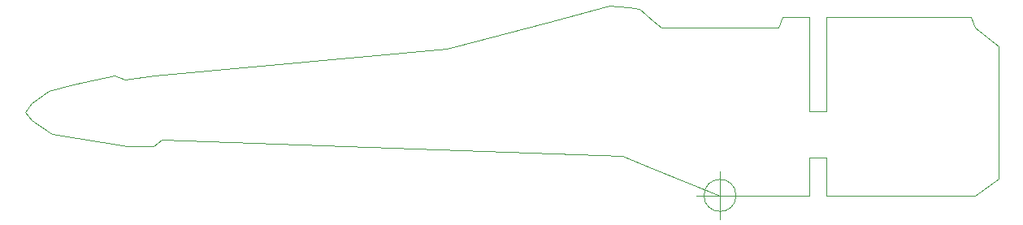
<source format=gbr>
G04 #@! TF.GenerationSoftware,KiCad,Pcbnew,(5.1.5)-3*
G04 #@! TF.CreationDate,2021-02-28T23:24:23-05:00*
G04 #@! TF.ProjectId,Body,426f6479-2e6b-4696-9361-645f70636258,rev?*
G04 #@! TF.SameCoordinates,Original*
G04 #@! TF.FileFunction,Profile,NP*
%FSLAX46Y46*%
G04 Gerber Fmt 4.6, Leading zero omitted, Abs format (unit mm)*
G04 Created by KiCad (PCBNEW (5.1.5)-3) date 2021-02-28 23:24:23*
%MOMM*%
%LPD*%
G04 APERTURE LIST*
%ADD10C,0.050000*%
%ADD11C,0.100000*%
G04 APERTURE END LIST*
D10*
X134569672Y-84632333D02*
X146818693Y-84632327D01*
X142366666Y-102100000D02*
G75*
G03X142366666Y-102100000I-1666666J0D01*
G01*
X138200000Y-102100000D02*
X143200000Y-102100000D01*
X140700000Y-99600000D02*
X140700000Y-104600000D01*
D11*
X151785304Y-83551918D02*
X151785304Y-93324918D01*
X149473641Y-83551919D02*
X149985304Y-83551919D01*
X147178863Y-83551913D02*
X149473641Y-83551919D01*
X146818693Y-84632327D02*
X147178863Y-83551913D01*
X149985304Y-93324918D02*
X151785304Y-93324918D01*
X149985304Y-83551919D02*
X149985304Y-93324918D01*
X133588804Y-99264874D02*
X130550000Y-98000000D01*
X82531813Y-96332493D02*
X81653648Y-96999890D01*
X130550000Y-98000000D02*
X82531813Y-96332493D01*
X68939656Y-92490869D02*
X70745396Y-91246499D01*
X68939656Y-94262172D02*
X68265235Y-93376521D01*
X81653648Y-96999890D02*
X78979298Y-96969013D01*
X71100000Y-95675000D02*
X68939656Y-94262172D01*
X68265235Y-93376521D02*
X68939656Y-92490869D01*
X78979298Y-96969013D02*
X71100000Y-95675000D01*
X151785305Y-102125328D02*
X151785305Y-98125328D01*
X152294851Y-102125328D02*
X151785305Y-102125328D01*
X169730499Y-86526075D02*
X169730505Y-100342290D01*
X169730505Y-100342290D02*
X167250618Y-102125322D01*
X166893409Y-83551912D02*
X167253603Y-84632320D01*
X152299078Y-83551918D02*
X166893409Y-83551912D01*
X140662436Y-102125329D02*
X133588804Y-99264874D01*
X149985305Y-98125328D02*
X149985305Y-102125328D01*
X149985305Y-102125328D02*
X140662436Y-102125329D01*
X167250618Y-102125322D02*
X152294851Y-102125328D01*
X167253603Y-84632320D02*
X169730499Y-86526075D01*
X151785304Y-83551918D02*
X152299078Y-83551918D01*
X151785305Y-98125328D02*
X149985305Y-98125328D01*
X73274461Y-90579102D02*
X77621103Y-89644578D01*
X131211460Y-82519639D02*
X132295547Y-82625086D01*
X129189838Y-82323000D02*
X131211460Y-82519639D01*
X123269782Y-83900181D02*
X129189838Y-82323000D01*
X78745124Y-90066096D02*
X81723904Y-89635221D01*
X70745396Y-91246499D02*
X73274461Y-90579102D01*
X132295547Y-82625086D02*
X133775860Y-83931678D01*
X133775860Y-83931678D02*
X134569672Y-84632333D01*
X112229970Y-86841332D02*
X123269782Y-83900181D01*
X81723904Y-89635221D02*
X112229970Y-86841332D01*
X77621103Y-89644578D02*
X78745124Y-90066096D01*
M02*

</source>
